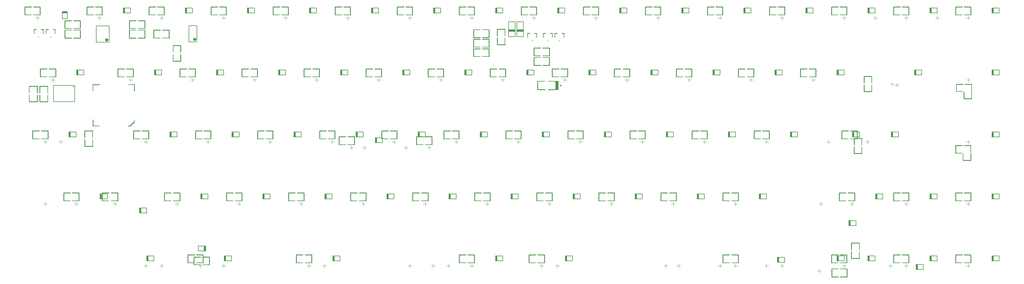
<source format=gbr>
%FSTAX23Y23*%
%MOIN*%
%SFA1B1*%

%IPPOS*%
%ADD18C,0.010000*%
%ADD132C,0.005000*%
%ADD138C,0.007874*%
%ADD144C,0.002953*%
%ADD145C,0.007870*%
%ADD146C,0.003937*%
%ADD156C,0.038390*%
%ADD157C,0.038390*%
%ADD158C,0.003937*%
%ADD159C,0.015748*%
%ADD160C,0.005905*%
%LNquadcube_65_pcb_mechanical_24-1*%
%LPD*%
G54D18*
X02691Y00769D02*
X02771D01*
X02691Y00674D02*
Y00769D01*
X02796D02*
X02876D01*
Y00674D02*
Y00769D01*
X00816Y02269D02*
X00896D01*
X00816Y02174D02*
Y02269D01*
X00921D02*
X01001D01*
Y02174D02*
Y02269D01*
X01472Y03769D02*
X01552D01*
X01472Y03674D02*
Y03769D01*
X01577D02*
X01657D01*
Y03674D02*
Y03769D01*
X0705Y02771D02*
X0714D01*
Y02871*
X0692Y02771D02*
X0701D01*
X0692D02*
Y02871D01*
X0715Y02771D02*
Y02871D01*
Y02771D02*
X0716D01*
Y02871*
X01971Y02329D02*
X01996D01*
X02046Y02379*
Y02754D02*
Y02829D01*
X01546D02*
X01621D01*
X01546Y02329D02*
Y02404D01*
X01191Y01519D02*
X01271D01*
X01191Y01424D02*
Y01519D01*
X01296D02*
X01376D01*
Y01424D02*
Y01519D01*
X06147Y03264D02*
X06227D01*
X06147Y03169D02*
Y03264D01*
X06252D02*
X06332D01*
Y03169D02*
Y03264D01*
X06147Y03379D02*
X06227D01*
X06147Y03284D02*
Y03379D01*
X06252D02*
X06332D01*
Y03284D02*
Y03379D01*
X06877Y03274D02*
X06957D01*
X06877Y03179D02*
Y03274D01*
X06982D02*
X07062D01*
Y03179D02*
Y03274D01*
X01447Y02084D02*
Y02164D01*
Y02084D02*
X01542D01*
X01447Y02189D02*
Y02269D01*
X01542*
X06252Y03399D02*
X06332D01*
Y03494*
X06147Y03399D02*
X06227D01*
X06147D02*
Y03494D01*
X06432Y03314D02*
Y03394D01*
Y03314D02*
X06527D01*
X06432Y03419D02*
Y03499D01*
X06527*
X01207Y03604D02*
X01287D01*
X01207Y03509D02*
Y03604D01*
X01312D02*
X01392D01*
Y03509D02*
Y03604D01*
X01312Y03394D02*
X01392D01*
Y03489*
X01207Y03394D02*
X01287D01*
X01207D02*
Y03489D01*
X02092Y03394D02*
X02172D01*
Y03489*
X01987Y03394D02*
X02067D01*
X01987D02*
Y03489D01*
Y03604D02*
X02067D01*
X01987Y03509D02*
Y03604D01*
X02092D02*
X02172D01*
Y03509D02*
Y03604D01*
X00903Y02624D02*
Y02704D01*
Y02624D02*
X00998D01*
X00903Y02729D02*
Y02809D01*
X00998*
X00872Y02729D02*
Y02809D01*
X00777D02*
X00872D01*
Y02624D02*
Y02704D01*
X00777Y02624D02*
X00872D01*
X06982Y03064D02*
X07062D01*
Y03159*
X06877Y03064D02*
X06957D01*
X06877D02*
Y03159D01*
X0699Y03451D02*
X07015D01*
X07075D02*
X071D01*
X0713D02*
X07155D01*
X07215D02*
X0724D01*
X068D02*
X06825D01*
X06885D02*
X0691D01*
X02222Y03769D02*
X02302D01*
X02222Y03674D02*
Y03769D01*
X02327D02*
X02407D01*
Y03674D02*
Y03769D01*
X02972D02*
X03052D01*
X02972Y03674D02*
Y03769D01*
X03077D02*
X03157D01*
Y03674D02*
Y03769D01*
X03722D02*
X03802D01*
X03722Y03674D02*
Y03769D01*
X03827D02*
X03907D01*
Y03674D02*
Y03769D01*
X11972D02*
X12052D01*
X11972Y03674D02*
Y03769D01*
X12077D02*
X12157D01*
Y03674D02*
Y03769D01*
X11972Y00769D02*
X12052D01*
X11972Y00674D02*
Y00769D01*
X12077D02*
X12157D01*
Y00674D02*
Y00769D01*
X11222Y01519D02*
X11302D01*
X11222Y01424D02*
Y01519D01*
X11327D02*
X11407D01*
Y01424D02*
Y01519D01*
X09347Y03019D02*
X09427D01*
X09347Y02924D02*
Y03019D01*
X09452D02*
X09532D01*
Y02924D02*
Y03019D01*
X08597D02*
X08677D01*
X08597Y02924D02*
Y03019D01*
X08702D02*
X08782D01*
Y02924D02*
Y03019D01*
X07847D02*
X07927D01*
X07847Y02924D02*
Y03019D01*
X07952D02*
X08032D01*
Y02924D02*
Y03019D01*
X07097D02*
X07177D01*
X07097Y02924D02*
Y03019D01*
X07202D02*
X07282D01*
Y02924D02*
Y03019D01*
X06347D02*
X06427D01*
X06347Y02924D02*
Y03019D01*
X06452D02*
X06532D01*
Y02924D02*
Y03019D01*
X08972Y03769D02*
X09052D01*
X08972Y03674D02*
Y03769D01*
X09077D02*
X09157D01*
Y03674D02*
Y03769D01*
X09722D02*
X09802D01*
X09722Y03674D02*
Y03769D01*
X09827D02*
X09907D01*
Y03674D02*
Y03769D01*
X08222D02*
X08302D01*
X08222Y03674D02*
Y03769D01*
X08327D02*
X08407D01*
Y03674D02*
Y03769D01*
X07472D02*
X07552D01*
X07472Y03674D02*
Y03769D01*
X07577D02*
X07657D01*
Y03674D02*
Y03769D01*
X06722D02*
X06802D01*
X06722Y03674D02*
Y03769D01*
X06827D02*
X06907D01*
Y03674D02*
Y03769D01*
X05972D02*
X06052D01*
X05972Y03674D02*
Y03769D01*
X06077D02*
X06157D01*
Y03674D02*
Y03769D01*
X05222D02*
X05302D01*
X05222Y03674D02*
Y03769D01*
X05327D02*
X05407D01*
Y03674D02*
Y03769D01*
X04472D02*
X04552D01*
X04472Y03674D02*
Y03769D01*
X04577D02*
X04657D01*
Y03674D02*
Y03769D01*
X04847Y03019D02*
X04927D01*
X04847Y02924D02*
Y03019D01*
X04952D02*
X05032D01*
Y02924D02*
Y03019D01*
X05597D02*
X05677D01*
X05597Y02924D02*
Y03019D01*
X05702D02*
X05782D01*
Y02924D02*
Y03019D01*
X04097D02*
X04177D01*
X04097Y02924D02*
Y03019D01*
X04202D02*
X04282D01*
Y02924D02*
Y03019D01*
X03347D02*
X03427D01*
X03347Y02924D02*
Y03019D01*
X03452D02*
X03532D01*
Y02924D02*
Y03019D01*
X0091D02*
X0099D01*
X0091Y02924D02*
Y03019D01*
X01015D02*
X01095D01*
Y02924D02*
Y03019D01*
X01847D02*
X01927D01*
X01847Y02924D02*
Y03019D01*
X01952D02*
X02032D01*
Y02924D02*
Y03019D01*
X02597D02*
X02677D01*
X02597Y02924D02*
Y03019D01*
X02702D02*
X02782D01*
Y02924D02*
Y03019D01*
X02035Y02269D02*
X02115D01*
X02035Y02174D02*
Y02269D01*
X0214D02*
X0222D01*
Y02174D02*
Y02269D01*
X02785D02*
X02865D01*
X02785Y02174D02*
Y02269D01*
X0289D02*
X0297D01*
Y02174D02*
Y02269D01*
X03535D02*
X03615D01*
X03535Y02174D02*
Y02269D01*
X0364D02*
X0372D01*
Y02174D02*
Y02269D01*
X04285D02*
X04365D01*
X04285Y02174D02*
Y02269D01*
X0439D02*
X0447D01*
Y02174D02*
Y02269D01*
X05035D02*
X05115D01*
X05035Y02174D02*
Y02269D01*
X0514D02*
X0522D01*
Y02174D02*
Y02269D01*
X05785D02*
X05865D01*
X05785Y02174D02*
Y02269D01*
X0589D02*
X0597D01*
Y02174D02*
Y02269D01*
X06535D02*
X06615D01*
X06535Y02174D02*
Y02269D01*
X0664D02*
X0672D01*
Y02174D02*
Y02269D01*
X07285D02*
X07365D01*
X07285Y02174D02*
Y02269D01*
X0739D02*
X0747D01*
Y02174D02*
Y02269D01*
X08035D02*
X08115D01*
X08035Y02174D02*
Y02269D01*
X0814D02*
X0822D01*
Y02174D02*
Y02269D01*
X08785D02*
X08865D01*
X08785Y02174D02*
Y02269D01*
X0889D02*
X0897D01*
Y02174D02*
Y02269D01*
X09535D02*
X09615D01*
X09535Y02174D02*
Y02269D01*
X0964D02*
X0972D01*
Y02174D02*
Y02269D01*
X10097Y03019D02*
X10177D01*
X10097Y02924D02*
Y03019D01*
X10202D02*
X10282D01*
Y02924D02*
Y03019D01*
X11972Y01519D02*
X12052D01*
X11972Y01424D02*
Y01519D01*
X12077D02*
X12157D01*
Y01424D02*
Y01519D01*
X0916D02*
X0924D01*
X0916Y01424D02*
Y01519D01*
X09265D02*
X09345D01*
Y01424D02*
Y01519D01*
X0841D02*
X0849D01*
X0841Y01424D02*
Y01519D01*
X08515D02*
X08595D01*
Y01424D02*
Y01519D01*
X0766D02*
X0774D01*
X0766Y01424D02*
Y01519D01*
X07765D02*
X07845D01*
Y01424D02*
Y01519D01*
X0691D02*
X0699D01*
X0691Y01424D02*
Y01519D01*
X07015D02*
X07095D01*
Y01424D02*
Y01519D01*
X0616D02*
X0624D01*
X0616Y01424D02*
Y01519D01*
X06265D02*
X06345D01*
Y01424D02*
Y01519D01*
X0241D02*
X0249D01*
X0241Y01424D02*
Y01519D01*
X02515D02*
X02595D01*
Y01424D02*
Y01519D01*
X0316D02*
X0324D01*
X0316Y01424D02*
Y01519D01*
X03265D02*
X03345D01*
Y01424D02*
Y01519D01*
X0391D02*
X0399D01*
X0391Y01424D02*
Y01519D01*
X04015D02*
X04095D01*
Y01424D02*
Y01519D01*
X0466D02*
X0474D01*
X0466Y01424D02*
Y01519D01*
X04765D02*
X04845D01*
Y01424D02*
Y01519D01*
X0541D02*
X0549D01*
X0541Y01424D02*
Y01519D01*
X05515D02*
X05595D01*
Y01424D02*
Y01519D01*
X10472Y03769D02*
X10552D01*
X10472Y03674D02*
Y03769D01*
X10577D02*
X10657D01*
Y03674D02*
Y03769D01*
X11222D02*
X11302D01*
X11222Y03674D02*
Y03769D01*
X11327D02*
X11407D01*
Y03674D02*
Y03769D01*
X0916Y00769D02*
X0924D01*
X0916Y00674D02*
Y00769D01*
X09265D02*
X09345D01*
Y00674D02*
Y00769D01*
X0098Y03496D02*
X01005D01*
X01065D02*
X0109D01*
X00835D02*
X0086D01*
X0092D02*
X00945D01*
X02767Y00744D02*
X02847D01*
X02767Y00649D02*
Y00744D01*
X02872D02*
X02952D01*
Y00649D02*
Y00744D01*
X05457Y02199D02*
X05537D01*
X05457Y02104D02*
Y02199D01*
X05562D02*
X05642D01*
Y02104D02*
Y02199D01*
X10472Y00769D02*
X10552D01*
X10472Y00674D02*
Y00769D01*
X10577D02*
X10657D01*
Y00674D02*
Y00769D01*
X11222D02*
X11302D01*
X11222Y00674D02*
Y00769D01*
X11327D02*
X11407D01*
Y00674D02*
Y00769D01*
X04519Y02199D02*
X04599D01*
X04519Y02104D02*
Y02199D01*
X04624D02*
X04704D01*
Y02104D02*
Y02199D01*
X10566Y01519D02*
X10646D01*
X10566Y01424D02*
Y01519D01*
X10671D02*
X10751D01*
Y01424D02*
Y01519D01*
X04003Y00769D02*
X04083D01*
X04003Y00674D02*
Y00769D01*
X04108D02*
X04188D01*
Y00674D02*
Y00769D01*
X06816D02*
X06896D01*
X06816Y00674D02*
Y00769D01*
X06921D02*
X07001D01*
Y00674D02*
Y00769D01*
X10865Y02746D02*
Y02826D01*
Y02746D02*
X1096D01*
X10865Y02851D02*
Y02931D01*
X1096*
X10744Y01996D02*
Y02076D01*
Y01996D02*
X10839D01*
X10744Y02101D02*
Y02181D01*
X10839*
X0166Y01519D02*
X0174D01*
X0166Y01424D02*
Y01519D01*
X01765D02*
X01845D01*
Y01424D02*
Y01519D01*
X00722Y03769D02*
X00802D01*
X00722Y03674D02*
Y03769D01*
X00827D02*
X00907D01*
Y03674D02*
Y03769D01*
X10596Y02269D02*
X10676D01*
X10596Y02174D02*
Y02269D01*
X10701D02*
X10781D01*
Y02174D02*
Y02269D01*
X10713Y00728D02*
Y00808D01*
Y00728D02*
X10808D01*
X10713Y00833D02*
Y00913D01*
X10808*
X1058Y00504D02*
X1066D01*
Y00599*
X10475Y00504D02*
X10555D01*
X10475D02*
Y00599D01*
X05972Y00769D02*
X06052D01*
X05972Y00674D02*
Y00769D01*
X06077D02*
X06157D01*
Y00674D02*
Y00769D01*
X02605Y03225D02*
Y03305D01*
X02515D02*
X02605D01*
Y03115D02*
Y03195D01*
X02515Y03115D02*
X02605D01*
X11982Y02834D02*
X12062D01*
X12087D02*
X12167D01*
X12072Y02659D02*
Y02739D01*
Y02659D02*
X12167D01*
X11972Y02094D02*
X12052D01*
X11972Y01999D02*
Y02094D01*
X12077D02*
X12157D01*
Y01914D02*
Y01994D01*
X12062Y01914D02*
X12157D01*
X02279Y03489D02*
X02359D01*
X02279Y03394D02*
Y03489D01*
X02384D02*
X02464D01*
Y03394D02*
Y03489D01*
G54D132*
X02691Y00674D02*
X02771D01*
X02796D02*
X02876D01*
X00816Y02174D02*
X00896D01*
X00921D02*
X01001D01*
X01472Y03674D02*
X01552D01*
X01577D02*
X01657D01*
X0705Y02871D02*
X0714D01*
X0692D02*
X0701D01*
X0715D02*
X0716D01*
X0717Y02771D02*
Y02871D01*
X0705Y02771D02*
X0717D01*
X0705Y02871D02*
X0717D01*
Y02771D02*
Y02861D01*
X0716Y02781D02*
Y02871D01*
X0719Y02821D02*
X0721D01*
X072Y02811D02*
Y02831D01*
X02046Y02379D02*
Y02404D01*
X01971Y02829D02*
X02046D01*
X01546Y02754D02*
Y02829D01*
Y02329D02*
X01621D01*
X01191Y01424D02*
X01271D01*
X01296D02*
X01376D01*
X06147Y03169D02*
X06227D01*
X06252D02*
X06332D01*
X06147Y03284D02*
X06227D01*
X06252D02*
X06332D01*
X06877Y03179D02*
X06957D01*
X06982D02*
X07062D01*
X01542Y02084D02*
Y02164D01*
Y02189D02*
Y02269D01*
X06252Y03494D02*
X06332D01*
X06147D02*
X06227D01*
X06527Y03314D02*
Y03394D01*
Y03419D02*
Y03499D01*
X01207Y03509D02*
X01287D01*
X01312D02*
X01392D01*
X01312Y03489D02*
X01392D01*
X01207D02*
X01287D01*
X02092D02*
X02172D01*
X01987D02*
X02067D01*
X01987Y03509D02*
X02067D01*
X02092D02*
X02172D01*
X00998Y02624D02*
Y02704D01*
Y02729D02*
Y02809D01*
X00777Y02729D02*
Y02809D01*
Y02624D02*
Y02704D01*
X06982Y03159D02*
X07062D01*
X06877D02*
X06957D01*
X0699Y03401D02*
Y03451D01*
X0704Y03361D02*
X0705D01*
X071Y03401D02*
Y03451D01*
X0713Y03401D02*
Y03451D01*
X0718Y03361D02*
X0719D01*
X0724Y03401D02*
Y03451D01*
X068Y03401D02*
Y03451D01*
X0685Y03361D02*
X0686D01*
X0691Y03401D02*
Y03451D01*
X02222Y03674D02*
X02302D01*
X02327D02*
X02407D01*
X02972D02*
X03052D01*
X03077D02*
X03157D01*
X03722D02*
X03802D01*
X03827D02*
X03907D01*
X11972D02*
X12052D01*
X12077D02*
X12157D01*
X11972Y00674D02*
X12052D01*
X12077D02*
X12157D01*
X11222Y01424D02*
X11302D01*
X11327D02*
X11407D01*
X09347Y02924D02*
X09427D01*
X09452D02*
X09532D01*
X08597D02*
X08677D01*
X08702D02*
X08782D01*
X07847D02*
X07927D01*
X07952D02*
X08032D01*
X07097D02*
X07177D01*
X07202D02*
X07282D01*
X06347D02*
X06427D01*
X06452D02*
X06532D01*
X08972Y03674D02*
X09052D01*
X09077D02*
X09157D01*
X09722D02*
X09802D01*
X09827D02*
X09907D01*
X08222D02*
X08302D01*
X08327D02*
X08407D01*
X07472D02*
X07552D01*
X07577D02*
X07657D01*
X06722D02*
X06802D01*
X06827D02*
X06907D01*
X05972D02*
X06052D01*
X06077D02*
X06157D01*
X05222D02*
X05302D01*
X05327D02*
X05407D01*
X04472D02*
X04552D01*
X04577D02*
X04657D01*
X04847Y02924D02*
X04927D01*
X04952D02*
X05032D01*
X05597D02*
X05677D01*
X05702D02*
X05782D01*
X04097D02*
X04177D01*
X04202D02*
X04282D01*
X03347D02*
X03427D01*
X03452D02*
X03532D01*
X0091D02*
X0099D01*
X01015D02*
X01095D01*
X01847D02*
X01927D01*
X01952D02*
X02032D01*
X02597D02*
X02677D01*
X02702D02*
X02782D01*
X02035Y02174D02*
X02115D01*
X0214D02*
X0222D01*
X02785D02*
X02865D01*
X0289D02*
X0297D01*
X03535D02*
X03615D01*
X0364D02*
X0372D01*
X04285D02*
X04365D01*
X0439D02*
X0447D01*
X05035D02*
X05115D01*
X0514D02*
X0522D01*
X05785D02*
X05865D01*
X0589D02*
X0597D01*
X06535D02*
X06615D01*
X0664D02*
X0672D01*
X07285D02*
X07365D01*
X0739D02*
X0747D01*
X08035D02*
X08115D01*
X0814D02*
X0822D01*
X08785D02*
X08865D01*
X0889D02*
X0897D01*
X09535D02*
X09615D01*
X0964D02*
X0972D01*
X10097Y02924D02*
X10177D01*
X10202D02*
X10282D01*
X11972Y01424D02*
X12052D01*
X12077D02*
X12157D01*
X0916D02*
X0924D01*
X09265D02*
X09345D01*
X0841D02*
X0849D01*
X08515D02*
X08595D01*
X0766D02*
X0774D01*
X07765D02*
X07845D01*
X0691D02*
X0699D01*
X07015D02*
X07095D01*
X0616D02*
X0624D01*
X06265D02*
X06345D01*
X0241D02*
X0249D01*
X02515D02*
X02595D01*
X0316D02*
X0324D01*
X03265D02*
X03345D01*
X0391D02*
X0399D01*
X04015D02*
X04095D01*
X0466D02*
X0474D01*
X04765D02*
X04845D01*
X0541D02*
X0549D01*
X05515D02*
X05595D01*
X10472Y03674D02*
X10552D01*
X10577D02*
X10657D01*
X11222D02*
X11302D01*
X11327D02*
X11407D01*
X0916Y00674D02*
X0924D01*
X09265D02*
X09345D01*
X0098Y03446D02*
Y03496D01*
X0103Y03406D02*
X0104D01*
X0109Y03446D02*
Y03496D01*
X00835Y03446D02*
Y03496D01*
X00885Y03406D02*
X00895D01*
X00945Y03446D02*
Y03496D01*
X02767Y00649D02*
X02847D01*
X02872D02*
X02952D01*
X05457Y02104D02*
X05537D01*
X05562D02*
X05642D01*
X10472Y00674D02*
X10552D01*
X10577D02*
X10657D01*
X11222D02*
X11302D01*
X11327D02*
X11407D01*
X04519Y02104D02*
X04599D01*
X04624D02*
X04704D01*
X10566Y01424D02*
X10646D01*
X10671D02*
X10751D01*
X04003Y00674D02*
X04083D01*
X04108D02*
X04188D01*
X06816D02*
X06896D01*
X06921D02*
X07001D01*
X1096Y02746D02*
Y02826D01*
Y02851D02*
Y02931D01*
X10839Y01996D02*
Y02076D01*
Y02101D02*
Y02181D01*
X0166Y01424D02*
X0174D01*
X01765D02*
X01845D01*
X00722Y03674D02*
X00802D01*
X00827D02*
X00907D01*
X10596Y02174D02*
X10676D01*
X10701D02*
X10781D01*
X10808Y00728D02*
Y00808D01*
Y00833D02*
Y00913D01*
X1058Y00599D02*
X1066D01*
X10475D02*
X10555D01*
X05972Y00674D02*
X06052D01*
X06077D02*
X06157D01*
X02515Y03225D02*
Y03305D01*
Y03115D02*
Y03195D01*
X11982Y02746D02*
Y02834D01*
X12167Y02746D02*
Y02834D01*
Y02659D02*
Y02739D01*
X11985Y02746D02*
X1206D01*
X11972Y01999D02*
X12052D01*
X12157Y02006D02*
Y02094D01*
X12062Y01914D02*
Y01994D01*
X02279Y03394D02*
X02359D01*
X02384D02*
X02464D01*
G54D138*
X03128Y00756D02*
X03218D01*
Y00696D02*
Y00756D01*
X03128Y00696D02*
X03218D01*
X03138D02*
X03148D01*
Y00751*
X03138D02*
X03148D01*
X03138Y00696D02*
Y00751D01*
X03133Y00756D02*
X03143D01*
Y00696D02*
Y00756D01*
X03133Y00696D02*
X03143D01*
X03133D02*
Y00756D01*
X01253Y02256D02*
X01343D01*
Y02196D02*
Y02256D01*
X01253Y02196D02*
X01343D01*
X01263D02*
X01273D01*
Y02251*
X01263D02*
X01273D01*
X01263Y02196D02*
Y02251D01*
X01258Y02256D02*
X01268D01*
Y02196D02*
Y02256D01*
X01258Y02196D02*
X01268D01*
X01258D02*
Y02256D01*
X0191Y03756D02*
X02D01*
Y03696D02*
Y03756D01*
X0191Y03696D02*
X02D01*
X0192D02*
X0193D01*
Y03751*
X0192D02*
X0193D01*
X0192Y03696D02*
Y03751D01*
X01915Y03756D02*
X01925D01*
Y03696D02*
Y03756D01*
X01915Y03696D02*
X01925D01*
X01915D02*
Y03756D01*
X0657Y03411D02*
Y03591D01*
X0665*
Y03411D02*
Y03591D01*
X0657Y03411D02*
X0665D01*
X0667D02*
Y03591D01*
X0675*
Y03411D02*
Y03591D01*
X0667Y03411D02*
X0675D01*
X01324Y02623D02*
Y02795D01*
X01299Y0282D02*
X01324Y02795D01*
X01068Y0282D02*
X01299D01*
X01068Y02623D02*
Y0282D01*
Y02623D02*
X01324D01*
Y0281D02*
Y0282D01*
X01314D02*
X01324Y0281D01*
X01314Y0282D02*
X01324D01*
X0266Y03756D02*
X0275D01*
Y03696D02*
Y03756D01*
X0266Y03696D02*
X0275D01*
X0267D02*
X0268D01*
Y03751*
X0267D02*
X0268D01*
X0267Y03696D02*
Y03751D01*
X02665Y03756D02*
X02675D01*
Y03696D02*
Y03756D01*
X02665Y03696D02*
X02675D01*
X02665D02*
Y03756D01*
X0341D02*
X035D01*
Y03696D02*
Y03756D01*
X0341Y03696D02*
X035D01*
X0342D02*
X0343D01*
Y03751*
X0342D02*
X0343D01*
X0342Y03696D02*
Y03751D01*
X03415Y03756D02*
X03425D01*
Y03696D02*
Y03756D01*
X03415Y03696D02*
X03425D01*
X03415D02*
Y03756D01*
X0416D02*
X0425D01*
Y03696D02*
Y03756D01*
X0416Y03696D02*
X0425D01*
X0417D02*
X0418D01*
Y03751*
X0417D02*
X0418D01*
X0417Y03696D02*
Y03751D01*
X04165Y03756D02*
X04175D01*
Y03696D02*
Y03756D01*
X04165Y03696D02*
X04175D01*
X04165D02*
Y03756D01*
X1241D02*
X125D01*
Y03696D02*
Y03756D01*
X1241Y03696D02*
X125D01*
X1242D02*
X1243D01*
Y03751*
X1242D02*
X1243D01*
X1242Y03696D02*
Y03751D01*
X12415Y03756D02*
X12425D01*
Y03696D02*
Y03756D01*
X12415Y03696D02*
X12425D01*
X12415D02*
Y03756D01*
X1241Y00756D02*
X125D01*
Y00696D02*
Y00756D01*
X1241Y00696D02*
X125D01*
X1242D02*
X1243D01*
Y00751*
X1242D02*
X1243D01*
X1242Y00696D02*
Y00751D01*
X12415Y00756D02*
X12425D01*
Y00696D02*
Y00756D01*
X12415Y00696D02*
X12425D01*
X12415D02*
Y00756D01*
X1166Y01506D02*
X1175D01*
Y01446D02*
Y01506D01*
X1166Y01446D02*
X1175D01*
X1167D02*
X1168D01*
Y01501*
X1167D02*
X1168D01*
X1167Y01446D02*
Y01501D01*
X11665Y01506D02*
X11675D01*
Y01446D02*
Y01506D01*
X11665Y01446D02*
X11675D01*
X11665D02*
Y01506D01*
X09785Y03006D02*
X09875D01*
Y02946D02*
Y03006D01*
X09785Y02946D02*
X09875D01*
X09795D02*
X09805D01*
Y03001*
X09795D02*
X09805D01*
X09795Y02946D02*
Y03001D01*
X0979Y03006D02*
X098D01*
Y02946D02*
Y03006D01*
X0979Y02946D02*
X098D01*
X0979D02*
Y03006D01*
X09035D02*
X09125D01*
Y02946D02*
Y03006D01*
X09035Y02946D02*
X09125D01*
X09045D02*
X09055D01*
Y03001*
X09045D02*
X09055D01*
X09045Y02946D02*
Y03001D01*
X0904Y03006D02*
X0905D01*
Y02946D02*
Y03006D01*
X0904Y02946D02*
X0905D01*
X0904D02*
Y03006D01*
X08285D02*
X08375D01*
Y02946D02*
Y03006D01*
X08285Y02946D02*
X08375D01*
X08295D02*
X08305D01*
Y03001*
X08295D02*
X08305D01*
X08295Y02946D02*
Y03001D01*
X0829Y03006D02*
X083D01*
Y02946D02*
Y03006D01*
X0829Y02946D02*
X083D01*
X0829D02*
Y03006D01*
X07535D02*
X07625D01*
Y02946D02*
Y03006D01*
X07535Y02946D02*
X07625D01*
X07545D02*
X07555D01*
Y03001*
X07545D02*
X07555D01*
X07545Y02946D02*
Y03001D01*
X0754Y03006D02*
X0755D01*
Y02946D02*
Y03006D01*
X0754Y02946D02*
X0755D01*
X0754D02*
Y03006D01*
X06785D02*
X06875D01*
Y02946D02*
Y03006D01*
X06785Y02946D02*
X06875D01*
X06795D02*
X06805D01*
Y03001*
X06795D02*
X06805D01*
X06795Y02946D02*
Y03001D01*
X0679Y03006D02*
X068D01*
Y02946D02*
Y03006D01*
X0679Y02946D02*
X068D01*
X0679D02*
Y03006D01*
X0941Y03756D02*
X095D01*
Y03696D02*
Y03756D01*
X0941Y03696D02*
X095D01*
X0942D02*
X0943D01*
Y03751*
X0942D02*
X0943D01*
X0942Y03696D02*
Y03751D01*
X09415Y03756D02*
X09425D01*
Y03696D02*
Y03756D01*
X09415Y03696D02*
X09425D01*
X09415D02*
Y03756D01*
X1016D02*
X1025D01*
Y03696D02*
Y03756D01*
X1016Y03696D02*
X1025D01*
X1017D02*
X1018D01*
Y03751*
X1017D02*
X1018D01*
X1017Y03696D02*
Y03751D01*
X10165Y03756D02*
X10175D01*
Y03696D02*
Y03756D01*
X10165Y03696D02*
X10175D01*
X10165D02*
Y03756D01*
X0866D02*
X0875D01*
Y03696D02*
Y03756D01*
X0866Y03696D02*
X0875D01*
X0867D02*
X0868D01*
Y03751*
X0867D02*
X0868D01*
X0867Y03696D02*
Y03751D01*
X08665Y03756D02*
X08675D01*
Y03696D02*
Y03756D01*
X08665Y03696D02*
X08675D01*
X08665D02*
Y03756D01*
X0791D02*
X08D01*
Y03696D02*
Y03756D01*
X0791Y03696D02*
X08D01*
X0792D02*
X0793D01*
Y03751*
X0792D02*
X0793D01*
X0792Y03696D02*
Y03751D01*
X07915Y03756D02*
X07925D01*
Y03696D02*
Y03756D01*
X07915Y03696D02*
X07925D01*
X07915D02*
Y03756D01*
X0716D02*
X0725D01*
Y03696D02*
Y03756D01*
X0716Y03696D02*
X0725D01*
X0717D02*
X0718D01*
Y03751*
X0717D02*
X0718D01*
X0717Y03696D02*
Y03751D01*
X07165Y03756D02*
X07175D01*
Y03696D02*
Y03756D01*
X07165Y03696D02*
X07175D01*
X07165D02*
Y03756D01*
X0641D02*
X065D01*
Y03696D02*
Y03756D01*
X0641Y03696D02*
X065D01*
X0642D02*
X0643D01*
Y03751*
X0642D02*
X0643D01*
X0642Y03696D02*
Y03751D01*
X06415Y03756D02*
X06425D01*
Y03696D02*
Y03756D01*
X06415Y03696D02*
X06425D01*
X06415D02*
Y03756D01*
X0566D02*
X0575D01*
Y03696D02*
Y03756D01*
X0566Y03696D02*
X0575D01*
X0567D02*
X0568D01*
Y03751*
X0567D02*
X0568D01*
X0567Y03696D02*
Y03751D01*
X05665Y03756D02*
X05675D01*
Y03696D02*
Y03756D01*
X05665Y03696D02*
X05675D01*
X05665D02*
Y03756D01*
X0491D02*
X05D01*
Y03696D02*
Y03756D01*
X0491Y03696D02*
X05D01*
X0492D02*
X0493D01*
Y03751*
X0492D02*
X0493D01*
X0492Y03696D02*
Y03751D01*
X04915Y03756D02*
X04925D01*
Y03696D02*
Y03756D01*
X04915Y03696D02*
X04925D01*
X04915D02*
Y03756D01*
X05285Y03006D02*
X05375D01*
Y02946D02*
Y03006D01*
X05285Y02946D02*
X05375D01*
X05295D02*
X05305D01*
Y03001*
X05295D02*
X05305D01*
X05295Y02946D02*
Y03001D01*
X0529Y03006D02*
X053D01*
Y02946D02*
Y03006D01*
X0529Y02946D02*
X053D01*
X0529D02*
Y03006D01*
X06035D02*
X06125D01*
Y02946D02*
Y03006D01*
X06035Y02946D02*
X06125D01*
X06045D02*
X06055D01*
Y03001*
X06045D02*
X06055D01*
X06045Y02946D02*
Y03001D01*
X0604Y03006D02*
X0605D01*
Y02946D02*
Y03006D01*
X0604Y02946D02*
X0605D01*
X0604D02*
Y03006D01*
X04535D02*
X04625D01*
Y02946D02*
Y03006D01*
X04535Y02946D02*
X04625D01*
X04545D02*
X04555D01*
Y03001*
X04545D02*
X04555D01*
X04545Y02946D02*
Y03001D01*
X0454Y03006D02*
X0455D01*
Y02946D02*
Y03006D01*
X0454Y02946D02*
X0455D01*
X0454D02*
Y03006D01*
X03785D02*
X03875D01*
Y02946D02*
Y03006D01*
X03785Y02946D02*
X03875D01*
X03795D02*
X03805D01*
Y03001*
X03795D02*
X03805D01*
X03795Y02946D02*
Y03001D01*
X0379Y03006D02*
X038D01*
Y02946D02*
Y03006D01*
X0379Y02946D02*
X038D01*
X0379D02*
Y03006D01*
X01347D02*
X01437D01*
Y02946D02*
Y03006D01*
X01347Y02946D02*
X01437D01*
X01357D02*
X01367D01*
Y03001*
X01357D02*
X01367D01*
X01357Y02946D02*
Y03001D01*
X01352Y03006D02*
X01362D01*
Y02946D02*
Y03006D01*
X01352Y02946D02*
X01362D01*
X01352D02*
Y03006D01*
X02285D02*
X02375D01*
Y02946D02*
Y03006D01*
X02285Y02946D02*
X02375D01*
X02295D02*
X02305D01*
Y03001*
X02295D02*
X02305D01*
X02295Y02946D02*
Y03001D01*
X0229Y03006D02*
X023D01*
Y02946D02*
Y03006D01*
X0229Y02946D02*
X023D01*
X0229D02*
Y03006D01*
X03035D02*
X03125D01*
Y02946D02*
Y03006D01*
X03035Y02946D02*
X03125D01*
X03045D02*
X03055D01*
Y03001*
X03045D02*
X03055D01*
X03045Y02946D02*
Y03001D01*
X0304Y03006D02*
X0305D01*
Y02946D02*
Y03006D01*
X0304Y02946D02*
X0305D01*
X0304D02*
Y03006D01*
X02472Y02256D02*
X02562D01*
Y02196D02*
Y02256D01*
X02472Y02196D02*
X02562D01*
X02482D02*
X02492D01*
Y02251*
X02482D02*
X02492D01*
X02482Y02196D02*
Y02251D01*
X02477Y02256D02*
X02487D01*
Y02196D02*
Y02256D01*
X02477Y02196D02*
X02487D01*
X02477D02*
Y02256D01*
X03222D02*
X03312D01*
Y02196D02*
Y02256D01*
X03222Y02196D02*
X03312D01*
X03232D02*
X03242D01*
Y02251*
X03232D02*
X03242D01*
X03232Y02196D02*
Y02251D01*
X03227Y02256D02*
X03237D01*
Y02196D02*
Y02256D01*
X03227Y02196D02*
X03237D01*
X03227D02*
Y02256D01*
X03972D02*
X04062D01*
Y02196D02*
Y02256D01*
X03972Y02196D02*
X04062D01*
X03982D02*
X03992D01*
Y02251*
X03982D02*
X03992D01*
X03982Y02196D02*
Y02251D01*
X03977Y02256D02*
X03987D01*
Y02196D02*
Y02256D01*
X03977Y02196D02*
X03987D01*
X03977D02*
Y02256D01*
X04722D02*
X04812D01*
Y02196D02*
Y02256D01*
X04722Y02196D02*
X04812D01*
X04732D02*
X04742D01*
Y02251*
X04732D02*
X04742D01*
X04732Y02196D02*
Y02251D01*
X04727Y02256D02*
X04737D01*
Y02196D02*
Y02256D01*
X04727Y02196D02*
X04737D01*
X04727D02*
Y02256D01*
X05472D02*
X05562D01*
Y02196D02*
Y02256D01*
X05472Y02196D02*
X05562D01*
X05482D02*
X05492D01*
Y02251*
X05482D02*
X05492D01*
X05482Y02196D02*
Y02251D01*
X05477Y02256D02*
X05487D01*
Y02196D02*
Y02256D01*
X05477Y02196D02*
X05487D01*
X05477D02*
Y02256D01*
X06222D02*
X06312D01*
Y02196D02*
Y02256D01*
X06222Y02196D02*
X06312D01*
X06232D02*
X06242D01*
Y02251*
X06232D02*
X06242D01*
X06232Y02196D02*
Y02251D01*
X06227Y02256D02*
X06237D01*
Y02196D02*
Y02256D01*
X06227Y02196D02*
X06237D01*
X06227D02*
Y02256D01*
X06972D02*
X07062D01*
Y02196D02*
Y02256D01*
X06972Y02196D02*
X07062D01*
X06982D02*
X06992D01*
Y02251*
X06982D02*
X06992D01*
X06982Y02196D02*
Y02251D01*
X06977Y02256D02*
X06987D01*
Y02196D02*
Y02256D01*
X06977Y02196D02*
X06987D01*
X06977D02*
Y02256D01*
X07722D02*
X07812D01*
Y02196D02*
Y02256D01*
X07722Y02196D02*
X07812D01*
X07732D02*
X07742D01*
Y02251*
X07732D02*
X07742D01*
X07732Y02196D02*
Y02251D01*
X07727Y02256D02*
X07737D01*
Y02196D02*
Y02256D01*
X07727Y02196D02*
X07737D01*
X07727D02*
Y02256D01*
X08472D02*
X08562D01*
Y02196D02*
Y02256D01*
X08472Y02196D02*
X08562D01*
X08482D02*
X08492D01*
Y02251*
X08482D02*
X08492D01*
X08482Y02196D02*
Y02251D01*
X08477Y02256D02*
X08487D01*
Y02196D02*
Y02256D01*
X08477Y02196D02*
X08487D01*
X08477D02*
Y02256D01*
X09222D02*
X09312D01*
Y02196D02*
Y02256D01*
X09222Y02196D02*
X09312D01*
X09232D02*
X09242D01*
Y02251*
X09232D02*
X09242D01*
X09232Y02196D02*
Y02251D01*
X09227Y02256D02*
X09237D01*
Y02196D02*
Y02256D01*
X09227Y02196D02*
X09237D01*
X09227D02*
Y02256D01*
X09972D02*
X10062D01*
Y02196D02*
Y02256D01*
X09972Y02196D02*
X10062D01*
X09982D02*
X09992D01*
Y02251*
X09982D02*
X09992D01*
X09982Y02196D02*
Y02251D01*
X09977Y02256D02*
X09987D01*
Y02196D02*
Y02256D01*
X09977Y02196D02*
X09987D01*
X09977D02*
Y02256D01*
X10535Y03006D02*
X10625D01*
Y02946D02*
Y03006D01*
X10535Y02946D02*
X10625D01*
X10545D02*
X10555D01*
Y03001*
X10545D02*
X10555D01*
X10545Y02946D02*
Y03001D01*
X1054Y03006D02*
X1055D01*
Y02946D02*
Y03006D01*
X1054Y02946D02*
X1055D01*
X1054D02*
Y03006D01*
X1241Y01506D02*
X125D01*
Y01446D02*
Y01506D01*
X1241Y01446D02*
X125D01*
X1242D02*
X1243D01*
Y01501*
X1242D02*
X1243D01*
X1242Y01446D02*
Y01501D01*
X12415Y01506D02*
X12425D01*
Y01446D02*
Y01506D01*
X12415Y01446D02*
X12425D01*
X12415D02*
Y01506D01*
X09597D02*
X09687D01*
Y01446D02*
Y01506D01*
X09597Y01446D02*
X09687D01*
X09607D02*
X09617D01*
Y01501*
X09607D02*
X09617D01*
X09607Y01446D02*
Y01501D01*
X09602Y01506D02*
X09612D01*
Y01446D02*
Y01506D01*
X09602Y01446D02*
X09612D01*
X09602D02*
Y01506D01*
X08847D02*
X08937D01*
Y01446D02*
Y01506D01*
X08847Y01446D02*
X08937D01*
X08857D02*
X08867D01*
Y01501*
X08857D02*
X08867D01*
X08857Y01446D02*
Y01501D01*
X08852Y01506D02*
X08862D01*
Y01446D02*
Y01506D01*
X08852Y01446D02*
X08862D01*
X08852D02*
Y01506D01*
X08097D02*
X08187D01*
Y01446D02*
Y01506D01*
X08097Y01446D02*
X08187D01*
X08107D02*
X08117D01*
Y01501*
X08107D02*
X08117D01*
X08107Y01446D02*
Y01501D01*
X08102Y01506D02*
X08112D01*
Y01446D02*
Y01506D01*
X08102Y01446D02*
X08112D01*
X08102D02*
Y01506D01*
X07347D02*
X07437D01*
Y01446D02*
Y01506D01*
X07347Y01446D02*
X07437D01*
X07357D02*
X07367D01*
Y01501*
X07357D02*
X07367D01*
X07357Y01446D02*
Y01501D01*
X07352Y01506D02*
X07362D01*
Y01446D02*
Y01506D01*
X07352Y01446D02*
X07362D01*
X07352D02*
Y01506D01*
X06597D02*
X06687D01*
Y01446D02*
Y01506D01*
X06597Y01446D02*
X06687D01*
X06607D02*
X06617D01*
Y01501*
X06607D02*
X06617D01*
X06607Y01446D02*
Y01501D01*
X06602Y01506D02*
X06612D01*
Y01446D02*
Y01506D01*
X06602Y01446D02*
X06612D01*
X06602D02*
Y01506D01*
X02847D02*
X02937D01*
Y01446D02*
Y01506D01*
X02847Y01446D02*
X02937D01*
X02857D02*
X02867D01*
Y01501*
X02857D02*
X02867D01*
X02857Y01446D02*
Y01501D01*
X02852Y01506D02*
X02862D01*
Y01446D02*
Y01506D01*
X02852Y01446D02*
X02862D01*
X02852D02*
Y01506D01*
X03597D02*
X03687D01*
Y01446D02*
Y01506D01*
X03597Y01446D02*
X03687D01*
X03607D02*
X03617D01*
Y01501*
X03607D02*
X03617D01*
X03607Y01446D02*
Y01501D01*
X03602Y01506D02*
X03612D01*
Y01446D02*
Y01506D01*
X03602Y01446D02*
X03612D01*
X03602D02*
Y01506D01*
X04347D02*
X04437D01*
Y01446D02*
Y01506D01*
X04347Y01446D02*
X04437D01*
X04357D02*
X04367D01*
Y01501*
X04357D02*
X04367D01*
X04357Y01446D02*
Y01501D01*
X04352Y01506D02*
X04362D01*
Y01446D02*
Y01506D01*
X04352Y01446D02*
X04362D01*
X04352D02*
Y01506D01*
X05097D02*
X05187D01*
Y01446D02*
Y01506D01*
X05097Y01446D02*
X05187D01*
X05107D02*
X05117D01*
Y01501*
X05107D02*
X05117D01*
X05107Y01446D02*
Y01501D01*
X05102Y01506D02*
X05112D01*
Y01446D02*
Y01506D01*
X05102Y01446D02*
X05112D01*
X05102D02*
Y01506D01*
X05847D02*
X05937D01*
Y01446D02*
Y01506D01*
X05847Y01446D02*
X05937D01*
X05857D02*
X05867D01*
Y01501*
X05857D02*
X05867D01*
X05857Y01446D02*
Y01501D01*
X05852Y01506D02*
X05862D01*
Y01446D02*
Y01506D01*
X05852Y01446D02*
X05862D01*
X05852D02*
Y01506D01*
X1091Y03756D02*
X11D01*
Y03696D02*
Y03756D01*
X1091Y03696D02*
X11D01*
X1092D02*
X1093D01*
Y03751*
X1092D02*
X1093D01*
X1092Y03696D02*
Y03751D01*
X10915Y03756D02*
X10925D01*
Y03696D02*
Y03756D01*
X10915Y03696D02*
X10925D01*
X10915D02*
Y03756D01*
X1166D02*
X1175D01*
Y03696D02*
Y03756D01*
X1166Y03696D02*
X1175D01*
X1167D02*
X1168D01*
Y03751*
X1167D02*
X1168D01*
X1167Y03696D02*
Y03751D01*
X11665Y03756D02*
X11675D01*
Y03696D02*
Y03756D01*
X11665Y03696D02*
X11675D01*
X11665D02*
Y03756D01*
X09817Y00741D02*
X09907D01*
Y00681D02*
Y00741D01*
X09817Y00681D02*
X09907D01*
X09827D02*
X09837D01*
Y00736*
X09827D02*
X09837D01*
X09827Y00681D02*
Y00736D01*
X09822Y00741D02*
X09832D01*
Y00681D02*
Y00741D01*
X09822Y00681D02*
X09832D01*
X09822D02*
Y00741D01*
X0282Y00816D02*
X0291D01*
X0282D02*
Y00876D01*
X0291*
X0289D02*
X029D01*
X0289Y00821D02*
Y00876D01*
Y00821D02*
X029D01*
Y00876*
X02895Y00816D02*
X02905D01*
X02895D02*
Y00876D01*
X02905*
Y00816D02*
Y00876D01*
X02191Y00756D02*
X02281D01*
Y00696D02*
Y00756D01*
X02191Y00696D02*
X02281D01*
X02201D02*
X02211D01*
Y00751*
X02201D02*
X02211D01*
X02201Y00696D02*
Y00751D01*
X02196Y00756D02*
X02206D01*
Y00696D02*
Y00756D01*
X02196Y00696D02*
X02206D01*
X02196D02*
Y00756D01*
X1091D02*
X11D01*
Y00696D02*
Y00756D01*
X1091Y00696D02*
X11D01*
X1092D02*
X1093D01*
Y00751*
X1092D02*
X1093D01*
X1092Y00696D02*
Y00751D01*
X10915Y00756D02*
X10925D01*
Y00696D02*
Y00756D01*
X10915Y00696D02*
X10925D01*
X10915D02*
Y00756D01*
X1166D02*
X1175D01*
Y00696D02*
Y00756D01*
X1166Y00696D02*
X1175D01*
X1167D02*
X1168D01*
Y00751*
X1167D02*
X1168D01*
X1167Y00696D02*
Y00751D01*
X11665Y00756D02*
X11675D01*
Y00696D02*
Y00756D01*
X11665Y00696D02*
X11675D01*
X11665D02*
Y00756D01*
X04957Y02187D02*
X05047D01*
Y02127D02*
Y02187D01*
X04957Y02127D02*
X05047D01*
X04967D02*
X04977D01*
Y02182*
X04967D02*
X04977D01*
X04967Y02127D02*
Y02182D01*
X04962Y02187D02*
X04972D01*
Y02127D02*
Y02187D01*
X04962Y02127D02*
X04972D01*
X04962D02*
Y02187D01*
X04441Y00756D02*
X04531D01*
Y00696D02*
Y00756D01*
X04441Y00696D02*
X04531D01*
X04451D02*
X04461D01*
Y00751*
X04451D02*
X04461D01*
X04451Y00696D02*
Y00751D01*
X04446Y00756D02*
X04456D01*
Y00696D02*
Y00756D01*
X04446Y00696D02*
X04456D01*
X04446D02*
Y00756D01*
X07253D02*
X07343D01*
Y00696D02*
Y00756D01*
X07253Y00696D02*
X07343D01*
X07263D02*
X07273D01*
Y00751*
X07263D02*
X07273D01*
X07263Y00696D02*
Y00751D01*
X07258Y00756D02*
X07268D01*
Y00696D02*
Y00756D01*
X07258Y00696D02*
X07268D01*
X07258D02*
Y00756D01*
X10678Y01185D02*
X10768D01*
Y01125D02*
Y01185D01*
X10678Y01125D02*
X10768D01*
X10688D02*
X10698D01*
Y0118*
X10688D02*
X10698D01*
X10688Y01125D02*
Y0118D01*
X10683Y01185D02*
X10693D01*
Y01125D02*
Y01185D01*
X10683Y01125D02*
X10693D01*
X10683D02*
Y01185D01*
X11472Y03006D02*
X11562D01*
Y02946D02*
Y03006D01*
X11472Y02946D02*
X11562D01*
X11482D02*
X11492D01*
Y03001*
X11482D02*
X11492D01*
X11482Y02946D02*
Y03001D01*
X11477Y03006D02*
X11487D01*
Y02946D02*
Y03006D01*
X11477Y02946D02*
X11487D01*
X11477D02*
Y03006D01*
X10722Y02256D02*
X10812D01*
Y02196D02*
Y02256D01*
X10722Y02196D02*
X10812D01*
X10732D02*
X10742D01*
Y02251*
X10732D02*
X10742D01*
X10732Y02196D02*
Y02251D01*
X10727Y02256D02*
X10737D01*
Y02196D02*
Y02256D01*
X10727Y02196D02*
X10737D01*
X10727D02*
Y02256D01*
X02107Y01336D02*
X02197D01*
Y01276D02*
Y01336D01*
X02107Y01276D02*
X02197D01*
X02117D02*
X02127D01*
Y01331*
X02117D02*
X02127D01*
X02117Y01276D02*
Y01331D01*
X02112Y01336D02*
X02122D01*
Y01276D02*
Y01336D01*
X02112Y01276D02*
X02122D01*
X02112D02*
Y01336D01*
X01234Y03626D02*
Y03716D01*
X01174Y03626D02*
X01234D01*
X01174D02*
Y03716D01*
Y03696D02*
Y03706D01*
Y03696D02*
X01229D01*
Y03706*
X01174D02*
X01229D01*
X01234Y03701D02*
Y03711D01*
X01174Y03701D02*
X01234D01*
X01174D02*
Y03711D01*
X01234*
X11191Y02256D02*
X11281D01*
Y02196D02*
Y02256D01*
X11191Y02196D02*
X11281D01*
X11201D02*
X11211D01*
Y02251*
X11201D02*
X11211D01*
X11201Y02196D02*
Y02251D01*
X11196Y02256D02*
X11206D01*
Y02196D02*
Y02256D01*
X11196Y02196D02*
X11206D01*
X11196D02*
Y02256D01*
X11491Y00653D02*
X11581D01*
Y00593D02*
Y00653D01*
X11491Y00593D02*
X11581D01*
X11501D02*
X11511D01*
Y00648*
X11501D02*
X11511D01*
X11501Y00593D02*
Y00648D01*
X11496Y00653D02*
X11506D01*
Y00593D02*
Y00653D01*
X11496Y00593D02*
X11506D01*
X11496D02*
Y00653D01*
X10535Y00756D02*
X10625D01*
Y00696D02*
Y00756D01*
X10535Y00696D02*
X10625D01*
X10545D02*
X10555D01*
Y00751*
X10545D02*
X10555D01*
X10545Y00696D02*
Y00751D01*
X1054Y00756D02*
X1055D01*
Y00696D02*
Y00756D01*
X1054Y00696D02*
X1055D01*
X1054D02*
Y00756D01*
X0641D02*
X065D01*
Y00696D02*
Y00756D01*
X0641Y00696D02*
X065D01*
X0642D02*
X0643D01*
Y00751*
X0642D02*
X0643D01*
X0642Y00696D02*
Y00751D01*
X06415Y00756D02*
X06425D01*
Y00696D02*
Y00756D01*
X06415Y00696D02*
X06425D01*
X06415D02*
Y00756D01*
X1241Y03006D02*
X125D01*
Y02946D02*
Y03006D01*
X1241Y02946D02*
X125D01*
X1242D02*
X1243D01*
Y03001*
X1242D02*
X1243D01*
X1242Y02946D02*
Y03001D01*
X12415Y03006D02*
X12425D01*
Y02946D02*
Y03006D01*
X12415Y02946D02*
X12425D01*
X12415D02*
Y03006D01*
X1241Y02256D02*
X125D01*
Y02196D02*
Y02256D01*
X1241Y02196D02*
X125D01*
X1242D02*
X1243D01*
Y02251*
X1242D02*
X1243D01*
X1242Y02196D02*
Y02251D01*
X12415Y02256D02*
X12425D01*
Y02196D02*
Y02256D01*
X12415Y02196D02*
X12425D01*
X12415D02*
Y02256D01*
G54D144*
X02802Y03348D02*
Y03368D01*
X01743Y03343D02*
Y03363D01*
G54D145*
X01628Y01506D02*
X01718D01*
Y01446D02*
Y01506D01*
X01628Y01446D02*
X01718D01*
X01638D02*
X01648D01*
Y01501*
X01638D02*
X01648D01*
X01638Y01446D02*
Y01501D01*
X01633Y01506D02*
X01643D01*
Y01446D02*
Y01506D01*
X01633Y01446D02*
X01643D01*
X01633D02*
Y01506D01*
X11003D02*
X11093D01*
Y01446D02*
Y01506D01*
X11003Y01446D02*
X11093D01*
X11013D02*
X11023D01*
Y01501*
X11013D02*
X11023D01*
X11013Y01446D02*
Y01501D01*
X11008Y01506D02*
X11018D01*
Y01446D02*
Y01506D01*
X11008Y01446D02*
X11018D01*
X11008D02*
Y01506D01*
G54D146*
X03128Y00696D02*
Y00756D01*
X01253Y02196D02*
Y02256D01*
X0191Y03696D02*
Y03756D01*
X0266Y03696D02*
Y03756D01*
X0341Y03696D02*
Y03756D01*
X0416Y03696D02*
Y03756D01*
X1241Y03696D02*
Y03756D01*
Y00696D02*
Y00756D01*
X1166Y01446D02*
Y01506D01*
X09785Y02946D02*
Y03006D01*
X09035Y02946D02*
Y03006D01*
X08285Y02946D02*
Y03006D01*
X07535Y02946D02*
Y03006D01*
X06785Y02946D02*
Y03006D01*
X0941Y03696D02*
Y03756D01*
X1016Y03696D02*
Y03756D01*
X0866Y03696D02*
Y03756D01*
X0791Y03696D02*
Y03756D01*
X0716Y03696D02*
Y03756D01*
X0641Y03696D02*
Y03756D01*
X0566Y03696D02*
Y03756D01*
X0491Y03696D02*
Y03756D01*
X05285Y02946D02*
Y03006D01*
X06035Y02946D02*
Y03006D01*
X04535Y02946D02*
Y03006D01*
X03785Y02946D02*
Y03006D01*
X01347Y02946D02*
Y03006D01*
X02285Y02946D02*
Y03006D01*
X03035Y02946D02*
Y03006D01*
X02472Y02196D02*
Y02256D01*
X03222Y02196D02*
Y02256D01*
X03972Y02196D02*
Y02256D01*
X04722Y02196D02*
Y02256D01*
X05472Y02196D02*
Y02256D01*
X06222Y02196D02*
Y02256D01*
X06972Y02196D02*
Y02256D01*
X07722Y02196D02*
Y02256D01*
X08472Y02196D02*
Y02256D01*
X09222Y02196D02*
Y02256D01*
X09972Y02196D02*
Y02256D01*
X10535Y02946D02*
Y03006D01*
X1241Y01446D02*
Y01506D01*
X09597Y01446D02*
Y01506D01*
X08847Y01446D02*
Y01506D01*
X08097Y01446D02*
Y01506D01*
X07347Y01446D02*
Y01506D01*
X06597Y01446D02*
Y01506D01*
X02847Y01446D02*
Y01506D01*
X03597Y01446D02*
Y01506D01*
X04347Y01446D02*
Y01506D01*
X05097Y01446D02*
Y01506D01*
X05847Y01446D02*
Y01506D01*
X1091Y03696D02*
Y03756D01*
X1166Y03696D02*
Y03756D01*
X09817Y00681D02*
Y00741D01*
X0291Y00816D02*
Y00876D01*
X02191Y00696D02*
Y00756D01*
X1091Y00696D02*
Y00756D01*
X1166Y00696D02*
Y00756D01*
X04957Y02127D02*
Y02187D01*
X04441Y00696D02*
Y00756D01*
X07253Y00696D02*
Y00756D01*
X10678Y01125D02*
Y01185D01*
X11472Y02946D02*
Y03006D01*
X10722Y02196D02*
Y02256D01*
X02107Y01276D02*
Y01336D01*
X01174Y03716D02*
X01234D01*
X11191Y02196D02*
Y02256D01*
X11491Y00593D02*
Y00653D01*
X10535Y00696D02*
Y00756D01*
X0641Y00696D02*
Y00756D01*
X1241Y02946D02*
Y03006D01*
Y02196D02*
Y02256D01*
G54D156*
X02774Y03376D03*
G54D157*
X01712Y03371D03*
G54D158*
X02843Y00611D02*
Y00661D01*
X02818Y00636D02*
X02868D01*
X00968Y02111D02*
Y02161D01*
X00943Y02136D02*
X00993D01*
X01625Y03611D02*
Y03661D01*
X016Y03636D02*
X0165D01*
X08468Y00611D02*
Y00661D01*
X08443Y00636D02*
X08493D01*
X10343Y01361D02*
Y01411D01*
X10318Y01386D02*
X10368D01*
X01628Y01446D02*
Y01506D01*
X01343Y01361D02*
Y01411D01*
X01318Y01386D02*
X01368D01*
X02375Y03611D02*
Y03661D01*
X0235Y03636D02*
X024D01*
X03125Y03611D02*
Y03661D01*
X031Y03636D02*
X0315D01*
X03875Y03611D02*
Y03661D01*
X0385Y03636D02*
X039D01*
X12125Y03611D02*
Y03661D01*
X121Y03636D02*
X1215D01*
X12125Y00611D02*
Y00661D01*
X121Y00636D02*
X1215D01*
X11375Y01361D02*
Y01411D01*
X1135Y01386D02*
X114D01*
X095Y02861D02*
Y02911D01*
X09475Y02886D02*
X09525D01*
X0875Y02861D02*
Y02911D01*
X08725Y02886D02*
X08775D01*
X08Y02861D02*
Y02911D01*
X07975Y02886D02*
X08025D01*
X0725Y02861D02*
Y02911D01*
X07225Y02886D02*
X07275D01*
X065Y02861D02*
Y02911D01*
X06475Y02886D02*
X06525D01*
X09125Y03611D02*
Y03661D01*
X091Y03636D02*
X0915D01*
X09875Y03611D02*
Y03661D01*
X0985Y03636D02*
X099D01*
X08375Y03611D02*
Y03661D01*
X0835Y03636D02*
X084D01*
X07625Y03611D02*
Y03661D01*
X076Y03636D02*
X0765D01*
X06875Y03611D02*
Y03661D01*
X0685Y03636D02*
X069D01*
X06125Y03611D02*
Y03661D01*
X061Y03636D02*
X0615D01*
X05375Y03611D02*
Y03661D01*
X0535Y03636D02*
X054D01*
X04625Y03611D02*
Y03661D01*
X046Y03636D02*
X0465D01*
X05Y02861D02*
Y02911D01*
X04975Y02886D02*
X05025D01*
X0575Y02861D02*
Y02911D01*
X05725Y02886D02*
X05775D01*
X0425Y02861D02*
Y02911D01*
X04225Y02886D02*
X04275D01*
X035Y02861D02*
Y02911D01*
X03475Y02886D02*
X03525D01*
X01062Y02861D02*
Y02911D01*
X01037Y02886D02*
X01087D01*
X02Y02861D02*
Y02911D01*
X01975Y02886D02*
X02025D01*
X0275Y02861D02*
Y02911D01*
X02725Y02886D02*
X02775D01*
X02187Y02111D02*
Y02161D01*
X02162Y02136D02*
X02212D01*
X02937Y02111D02*
Y02161D01*
X02912Y02136D02*
X02962D01*
X03687Y02111D02*
Y02161D01*
X03662Y02136D02*
X03712D01*
X04437Y02111D02*
Y02161D01*
X04412Y02136D02*
X04462D01*
X05187Y02111D02*
Y02161D01*
X05162Y02136D02*
X05212D01*
X05937Y02111D02*
Y02161D01*
X05912Y02136D02*
X05962D01*
X06687Y02111D02*
Y02161D01*
X06662Y02136D02*
X06712D01*
X07437Y02111D02*
Y02161D01*
X07412Y02136D02*
X07462D01*
X08187Y02111D02*
Y02161D01*
X08162Y02136D02*
X08212D01*
X08937Y02111D02*
Y02161D01*
X08912Y02136D02*
X08962D01*
X09687Y02111D02*
Y02161D01*
X09662Y02136D02*
X09712D01*
X1025Y02861D02*
Y02911D01*
X10225Y02886D02*
X10275D01*
X12125Y01361D02*
Y01411D01*
X121Y01386D02*
X1215D01*
X09312Y01361D02*
Y01411D01*
X09287Y01386D02*
X09337D01*
X08562Y01361D02*
Y01411D01*
X08537Y01386D02*
X08587D01*
X07812Y01361D02*
Y01411D01*
X07787Y01386D02*
X07837D01*
X07062Y01361D02*
Y01411D01*
X07037Y01386D02*
X07087D01*
X06312Y01361D02*
Y01411D01*
X06287Y01386D02*
X06337D01*
X02562Y01361D02*
Y01411D01*
X02537Y01386D02*
X02587D01*
X03312Y01361D02*
Y01411D01*
X03287Y01386D02*
X03337D01*
X04062Y01361D02*
Y01411D01*
X04037Y01386D02*
X04087D01*
X04812Y01361D02*
Y01411D01*
X04787Y01386D02*
X04837D01*
X05562Y01361D02*
Y01411D01*
X05537Y01386D02*
X05587D01*
X10625Y03611D02*
Y03661D01*
X106Y03636D02*
X1065D01*
X1175Y03611D02*
Y03661D01*
X11725Y03636D02*
X11775D01*
X11375Y03611D02*
Y03661D01*
X1135Y03636D02*
X114D01*
X1118Y02836D02*
X1123D01*
X11205Y02811D02*
Y02861D01*
X08625Y00611D02*
Y00661D01*
X086Y00636D02*
X0865D01*
X05843Y00611D02*
Y00661D01*
X05818Y00636D02*
X05868D01*
X04828Y02042D02*
Y02092D01*
X04803Y02067D02*
X04853D01*
X05328Y02042D02*
Y02092D01*
X05303Y02067D02*
X05353D01*
X09312Y00611D02*
Y00661D01*
X09287Y00636D02*
X09337D01*
X00968Y01361D02*
Y01411D01*
X00943Y01386D02*
X00993D01*
X05375Y00611D02*
Y00661D01*
X0535Y00636D02*
X054D01*
X05656Y00611D02*
Y00661D01*
X05631Y00636D02*
X05681D01*
X02187Y00611D02*
Y00661D01*
X02162Y00636D02*
X02212D01*
X02375Y00611D02*
Y00661D01*
X0235Y00636D02*
X024D01*
X09687Y00611D02*
Y00661D01*
X09662Y00636D02*
X09712D01*
X01156Y02111D02*
Y02161D01*
X01131Y02136D02*
X01181D01*
X11Y03611D02*
Y03661D01*
X10975Y03636D02*
X11025D01*
X03125Y00611D02*
Y00661D01*
X031Y00636D02*
X0315D01*
X05609Y02042D02*
Y02092D01*
X05584Y02067D02*
X05634D01*
X10625Y00611D02*
Y00661D01*
X106Y00636D02*
X1065D01*
X11375Y00611D02*
Y00661D01*
X1135Y00636D02*
X114D01*
X04672Y02042D02*
Y02092D01*
X04647Y02067D02*
X04697D01*
X11003Y01446D02*
Y01506D01*
X10718Y01361D02*
Y01411D01*
X10693Y01386D02*
X10743D01*
X04343Y00611D02*
Y00661D01*
X04318Y00636D02*
X04368D01*
X04156Y00611D02*
Y00661D01*
X04131Y00636D02*
X04181D01*
X06968Y00611D02*
Y00661D01*
X06943Y00636D02*
X06993D01*
X07156Y00611D02*
Y00661D01*
X07131Y00636D02*
X07181D01*
X11262Y02799D02*
Y02849D01*
X11237Y02824D02*
X11287D01*
X10437Y02109D02*
Y02159D01*
X10412Y02134D02*
X10462D01*
X01812Y01361D02*
Y01411D01*
X01787Y01386D02*
X01837D01*
X00875Y03611D02*
Y03661D01*
X0085Y03636D02*
X009D01*
X10908Y02111D02*
Y02161D01*
X10883Y02136D02*
X10933D01*
X11187Y00611D02*
Y00661D01*
X11162Y00636D02*
X11212D01*
X10325Y00549D02*
Y00599D01*
X103Y00574D02*
X1035D01*
X09875Y00611D02*
Y00661D01*
X0985Y00636D02*
X099D01*
X09125Y00611D02*
Y00661D01*
X091Y00636D02*
X0915D01*
X06125Y00611D02*
Y00661D01*
X061Y00636D02*
X0615D01*
X12125Y02861D02*
Y02911D01*
X121Y02886D02*
X1215D01*
X12125Y02111D02*
Y02161D01*
X121Y02136D02*
X1215D01*
G54D159*
X0658Y03481D02*
X0664D01*
Y03491*
X0658D02*
X0664D01*
X0658Y03481D02*
Y03491D01*
X0668Y03481D02*
X0674D01*
Y03491*
X0668D02*
X0674D01*
X0668Y03481D02*
Y03491D01*
G54D160*
X02802Y03368D02*
Y03545D01*
X02707D02*
X02802D01*
X02707Y03348D02*
Y03545D01*
Y03348D02*
X02802D01*
X01743Y03363D02*
Y0354D01*
X01586D02*
X01743D01*
X01586Y03343D02*
Y0354D01*
Y03343D02*
X01743D01*
M02*
</source>
